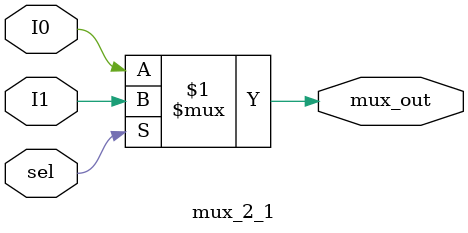
<source format=v>
module mux_2_1(
	input sel, I0, I1,
	output mux_out
);
assign mux_out= sel? I1 :I0;
endmodule


</source>
